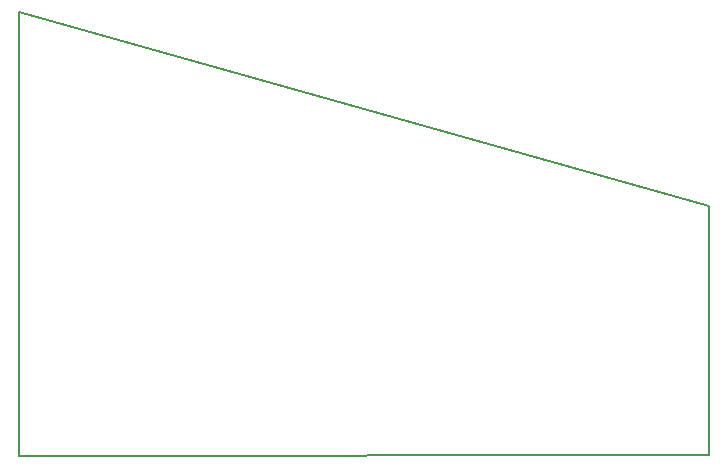
<source format=gm1>
G04 #@! TF.GenerationSoftware,KiCad,Pcbnew,(5.1.10-1-10_14)*
G04 #@! TF.CreationDate,2021-10-01T00:48:21-04:00*
G04 #@! TF.ProjectId,dashboard,64617368-626f-4617-9264-2e6b69636164,rev?*
G04 #@! TF.SameCoordinates,Original*
G04 #@! TF.FileFunction,Profile,NP*
%FSLAX46Y46*%
G04 Gerber Fmt 4.6, Leading zero omitted, Abs format (unit mm)*
G04 Created by KiCad (PCBNEW (5.1.10-1-10_14)) date 2021-10-01 00:48:21*
%MOMM*%
%LPD*%
G01*
G04 APERTURE LIST*
G04 #@! TA.AperFunction,Profile*
%ADD10C,0.200000*%
G04 #@! TD*
G04 APERTURE END LIST*
D10*
X27071320Y-28453080D02*
X27096720Y-65994280D01*
X27096720Y-65994280D02*
X85542120Y-65968880D01*
X85542120Y-65968880D02*
X85542120Y-44836080D01*
X85542120Y-44836080D02*
X27071320Y-28453080D01*
M02*

</source>
